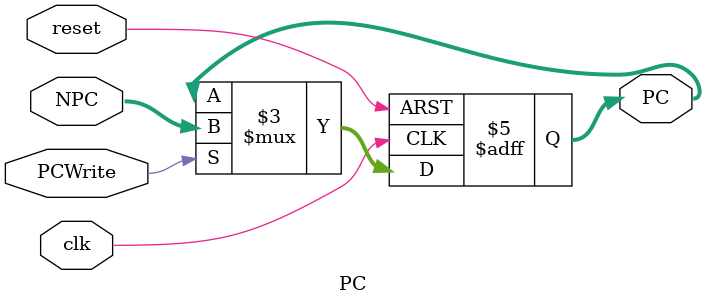
<source format=v>
module PC(clk,reset,PCWrite,NPC,PC);
	input clk,reset,PCWrite;
	input[31:0] NPC;
	output reg [31:0] PC;
	
	always @(posedge clk or negedge reset)
	   if(!reset)
	     PC <= 32'h00003000;
	   else if(PCWrite)
			 PC <=NPC; 
endmodule

</source>
